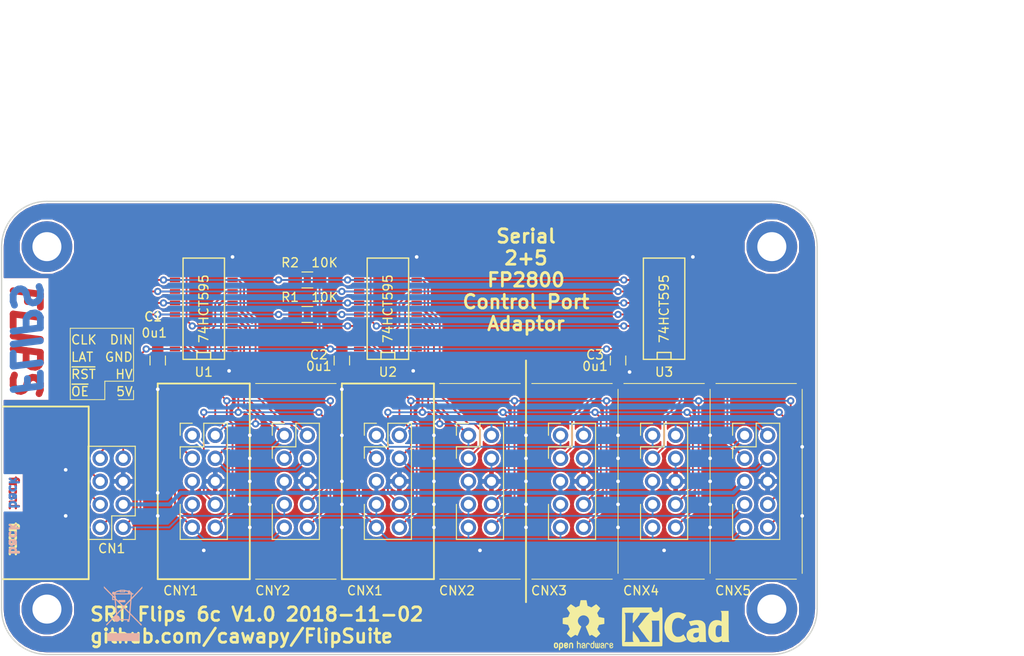
<source format=kicad_pcb>
(kicad_pcb (version 20171130) (host pcbnew "(5.0.1)-3")
  (layers (0 F.Cu signal hide) (31 B.Cu signal hide) (34 B.Paste user) (35 F.Paste user) (36 B.SilkS user) (37 F.SilkS user) (38 B.Mask user) (39 F.Mask user) (44 Edge.Cuts user))
  (net 0 "")
  (net 1 +5V)
  (net 2 GND)
  (net 3 +12V)
  (net 4 /DIN)
  (net 5 /RCLK)
  (net 6 /SRCLK)
  (net 7 /~SRCLR)
  (net 8 "Net-(U1-Pad9)")
  (net 9 /~OE)
  (net 10 /XB.0)
  (net 11 /XB.1)
  (net 12 /XDAT)
  (net 13 /XEN1)
  (net 14 /XA.1)
  (net 15 /XA.2)
  (net 16 /XA.0)
  (net 17 /XEN2)
  (net 18 /XEN3)
  (net 19 /XEN4)
  (net 20 /XEN5)
  (net 21 /YB.0)
  (net 22 /YB.1)
  (net 23 /YDAT)
  (net 24 /YEN1)
  (net 25 /YA.1)
  (net 26 /YA.2)
  (net 27 /YA.0)
  (net 28 /YEN2)
  (net 29 "Net-(U2-Pad9)")
  (net 30 /XEN6)
  (net 31 /XEN7)
  (net 32 /XEN8)
  (net 33 /YEN3)
  (net 34 /YEN4)
  (net 35 "Net-(U3-Pad9)")
  (module Mounting_Holes:MountingHole_3.2mm_M3_DIN965_Pad (layer F.Cu) (at 177 103)
    (fp_text reference REF** hide)
    (fp_text value MountingHole_3.2mm_M3_DIN965_Pad)
    (pad 1 thru_hole circle (at 0 0) (size 5.6 5.6) (drill 3.2) (layers *.Cu *.Mask))
  )
  (module Mounting_Holes:MountingHole_3.2mm_M3_DIN965_Pad (layer F.Cu) (at 257 103)
    (fp_text reference REF** hide)
    (fp_text value MountingHole_3.2mm_M3_DIN965_Pad)
    (pad 1 thru_hole circle (at 0 0) (size 5.6 5.6) (drill 3.2) (layers *.Cu *.Mask))
  )
  (module Mounting_Holes:MountingHole_3.2mm_M3_DIN965_Pad (layer F.Cu) (at 257 63)
    (fp_text reference REF** hide)
    (fp_text value MountingHole_3.2mm_M3_DIN965_Pad)
    (pad 1 thru_hole circle (at 0 0) (size 5.6 5.6) (drill 3.2) (layers *.Cu *.Mask))
  )
  (module Mounting_Holes:MountingHole_3.2mm_M3_DIN965_Pad (layer F.Cu) (at 177 63)
    (fp_text reference REF** hide)
    (fp_text value MountingHole_3.2mm_M3_DIN965_Pad)
    (pad 1 thru_hole circle (at 0 0) (size 5.6 5.6) (drill 3.2) (layers *.Cu *.Mask))
  )
  (module Capacitors_SMD:C_0805_HandSoldering (layer F.Cu) (at 189.23 75.565 270)
    (fp_text reference C1 (at -4.826 0.508) (layer F.SilkS))
    (fp_text value 0u1 (at -3.048 0.381) (layer F.SilkS))
    (fp_text user %R (at -4.826 0.508) (layer F.SilkS))
    (pad 1 smd rect (at -1.25 0 270) (size 1.5 1.25) (layers F.Cu F.Paste F.Mask) (net 1 +5V))
    (pad 2 smd rect (at 1.25 0 270) (size 1.5 1.25) (layers F.Cu F.Paste F.Mask) (net 2 GND))
  )
  (module Capacitors_SMD:C_0805_HandSoldering (layer F.Cu) (at 209.55 75.565 270)
    (fp_text reference C2 (at -0.635 2.54) (layer F.SilkS))
    (fp_text value 0u1 (at 0.635 2.54) (layer F.SilkS))
    (pad 1 smd rect (at -1.25 0 270) (size 1.5 1.25) (layers F.Cu F.Paste F.Mask) (net 1 +5V))
    (pad 2 smd rect (at 1.25 0 270) (size 1.5 1.25) (layers F.Cu F.Paste F.Mask) (net 2 GND))
  )
  (module Capacitors_SMD:C_0805_HandSoldering (layer F.Cu) (at 240.03 75.565 270)
    (fp_text reference C3 (at -0.635 2.54) (layer F.SilkS))
    (fp_text value 0u1 (at 0.635 2.54) (layer F.SilkS))
    (pad 2 smd rect (at 1.25 0 270) (size 1.5 1.25) (layers F.Cu F.Paste F.Mask) (net 2 GND))
    (pad 1 smd rect (at -1.25 0 270) (size 1.5 1.25) (layers F.Cu F.Paste F.Mask) (net 1 +5V))
  )
  (module Resistors_SMD:R_0805_HandSoldering (layer F.Cu) (at 205.74 70.485)
    (fp_text reference R1 (at -1.905 -1.905) (layer F.SilkS))
    (fp_text value 10K (at 1.905 -1.905) (layer F.SilkS))
    (pad 2 smd rect (at 1.35 0) (size 1.5 1.3) (layers F.Cu F.Paste F.Mask) (net 1 +5V))
    (pad 1 smd rect (at -1.35 0) (size 1.5 1.3) (layers F.Cu F.Paste F.Mask) (net 9 /~OE))
  )
  (module Resistors_SMD:R_0805_HandSoldering (layer F.Cu) (at 205.74 66.675)
    (fp_text reference R2 (at -1.905 -1.905) (layer F.SilkS))
    (fp_text value 10K (at 1.905 -1.905) (layer F.SilkS))
    (pad 1 smd rect (at -1.35 0) (size 1.5 1.3) (layers F.Cu F.Paste F.Mask) (net 7 /~SRCLR))
    (pad 2 smd rect (at 1.35 0) (size 1.5 1.3) (layers F.Cu F.Paste F.Mask) (net 1 +5V))
  )
  (module SMD_Packages:SO-16-N (layer F.Cu) (at 194.31 69.85 90)
    (fp_text reference U1 (at -6.985 0 180) (layer F.SilkS))
    (fp_text value 74HCT595 (at 0 0 90) (layer F.SilkS))
    (pad 15 smd rect (at -3.175 -3.175 90) (size 0.508 1.143) (layers F.Cu F.Paste F.Mask) (net 27 /YA.0))
    (pad 1 smd rect (at -4.445 3.175 90) (size 0.508 1.143) (layers F.Cu F.Paste F.Mask) (net 25 /YA.1))
    (pad 2 smd rect (at -3.175 3.175 90) (size 0.508 1.143) (layers F.Cu F.Paste F.Mask) (net 26 /YA.2))
    (pad 3 smd rect (at -1.905 3.175 90) (size 0.508 1.143) (layers F.Cu F.Paste F.Mask) (net 21 /YB.0))
    (pad 4 smd rect (at -0.635 3.175 90) (size 0.508 1.143) (layers F.Cu F.Paste F.Mask) (net 22 /YB.1))
    (pad 5 smd rect (at 0.635 3.175 90) (size 0.508 1.143) (layers F.Cu F.Paste F.Mask) (net 23 /YDAT))
    (pad 6 smd rect (at 1.905 3.175 90) (size 0.508 1.143) (layers F.Cu F.Paste F.Mask) (net 24 /YEN1))
    (pad 7 smd rect (at 3.175 3.175 90) (size 0.508 1.143) (layers F.Cu F.Paste F.Mask) (net 28 /YEN2))
    (pad 8 smd rect (at 4.445 3.175 90) (size 0.508 1.143) (layers F.Cu F.Paste F.Mask) (net 2 GND))
    (pad 9 smd rect (at 4.445 -3.175 90) (size 0.508 1.143) (layers F.Cu F.Paste F.Mask) (net 8 "Net-(U1-Pad9)"))
    (pad 10 smd rect (at 3.175 -3.175 90) (size 0.508 1.143) (layers F.Cu F.Paste F.Mask) (net 7 /~SRCLR))
    (pad 11 smd rect (at 1.905 -3.175 90) (size 0.508 1.143) (layers F.Cu F.Paste F.Mask) (net 6 /SRCLK))
    (pad 12 smd rect (at 0.635 -3.175 90) (size 0.508 1.143) (layers F.Cu F.Paste F.Mask) (net 5 /RCLK))
    (pad 13 smd rect (at -0.635 -3.175 90) (size 0.508 1.143) (layers F.Cu F.Paste F.Mask) (net 9 /~OE))
    (pad 14 smd rect (at -1.905 -3.175 90) (size 0.508 1.143) (layers F.Cu F.Paste F.Mask) (net 4 /DIN))
    (pad 16 smd rect (at -4.445 -3.175 90) (size 0.508 1.143) (layers F.Cu F.Paste F.Mask) (net 1 +5V))
  )
  (module SMD_Packages:SO-16-N (layer F.Cu) (at 214.63 69.85 90)
    (fp_text reference U2 (at -6.985 0 180) (layer F.SilkS))
    (fp_text value 74HCT595 (at 0 0 90) (layer F.SilkS))
    (pad 16 smd rect (at -4.445 -3.175 90) (size 0.508 1.143) (layers F.Cu F.Paste F.Mask) (net 1 +5V))
    (pad 14 smd rect (at -1.905 -3.175 90) (size 0.508 1.143) (layers F.Cu F.Paste F.Mask) (net 8 "Net-(U1-Pad9)"))
    (pad 13 smd rect (at -0.635 -3.175 90) (size 0.508 1.143) (layers F.Cu F.Paste F.Mask) (net 9 /~OE))
    (pad 12 smd rect (at 0.635 -3.175 90) (size 0.508 1.143) (layers F.Cu F.Paste F.Mask) (net 5 /RCLK))
    (pad 11 smd rect (at 1.905 -3.175 90) (size 0.508 1.143) (layers F.Cu F.Paste F.Mask) (net 6 /SRCLK))
    (pad 10 smd rect (at 3.175 -3.175 90) (size 0.508 1.143) (layers F.Cu F.Paste F.Mask) (net 7 /~SRCLR))
    (pad 9 smd rect (at 4.445 -3.175 90) (size 0.508 1.143) (layers F.Cu F.Paste F.Mask) (net 29 "Net-(U2-Pad9)"))
    (pad 8 smd rect (at 4.445 3.175 90) (size 0.508 1.143) (layers F.Cu F.Paste F.Mask) (net 2 GND))
    (pad 7 smd rect (at 3.175 3.175 90) (size 0.508 1.143) (layers F.Cu F.Paste F.Mask) (net 17 /XEN2))
    (pad 6 smd rect (at 1.905 3.175 90) (size 0.508 1.143) (layers F.Cu F.Paste F.Mask) (net 13 /XEN1))
    (pad 5 smd rect (at 0.635 3.175 90) (size 0.508 1.143) (layers F.Cu F.Paste F.Mask) (net 12 /XDAT))
    (pad 4 smd rect (at -0.635 3.175 90) (size 0.508 1.143) (layers F.Cu F.Paste F.Mask) (net 11 /XB.1))
    (pad 3 smd rect (at -1.905 3.175 90) (size 0.508 1.143) (layers F.Cu F.Paste F.Mask) (net 10 /XB.0))
    (pad 2 smd rect (at -3.175 3.175 90) (size 0.508 1.143) (layers F.Cu F.Paste F.Mask) (net 15 /XA.2))
    (pad 1 smd rect (at -4.445 3.175 90) (size 0.508 1.143) (layers F.Cu F.Paste F.Mask) (net 14 /XA.1))
    (pad 15 smd rect (at -3.175 -3.175 90) (size 0.508 1.143) (layers F.Cu F.Paste F.Mask) (net 16 /XA.0))
  )
  (module SMD_Packages:SO-16-N (layer F.Cu) (at 245.11 69.85 90)
    (fp_text reference U3 (at -6.985 0 180) (layer F.SilkS))
    (fp_text value 74HCT595 (at 0 0 90) (layer F.SilkS))
    (pad 15 smd rect (at -3.175 -3.175 90) (size 0.508 1.143) (layers F.Cu F.Paste F.Mask) (net 18 /XEN3))
    (pad 1 smd rect (at -4.445 3.175 90) (size 0.508 1.143) (layers F.Cu F.Paste F.Mask) (net 19 /XEN4))
    (pad 2 smd rect (at -3.175 3.175 90) (size 0.508 1.143) (layers F.Cu F.Paste F.Mask) (net 20 /XEN5))
    (pad 3 smd rect (at -1.905 3.175 90) (size 0.508 1.143) (layers F.Cu F.Paste F.Mask) (net 30 /XEN6))
    (pad 4 smd rect (at -0.635 3.175 90) (size 0.508 1.143) (layers F.Cu F.Paste F.Mask) (net 31 /XEN7))
    (pad 5 smd rect (at 0.635 3.175 90) (size 0.508 1.143) (layers F.Cu F.Paste F.Mask) (net 32 /XEN8))
    (pad 6 smd rect (at 1.905 3.175 90) (size 0.508 1.143) (layers F.Cu F.Paste F.Mask) (net 33 /YEN3))
    (pad 7 smd rect (at 3.175 3.175 90) (size 0.508 1.143) (layers F.Cu F.Paste F.Mask) (net 34 /YEN4))
    (pad 8 smd rect (at 4.445 3.175 90) (size 0.508 1.143) (layers F.Cu F.Paste F.Mask) (net 2 GND))
    (pad 9 smd rect (at 4.445 -3.175 90) (size 0.508 1.143) (layers F.Cu F.Paste F.Mask) (net 35 "Net-(U3-Pad9)"))
    (pad 10 smd rect (at 3.175 -3.175 90) (size 0.508 1.143) (layers F.Cu F.Paste F.Mask) (net 7 /~SRCLR))
    (pad 11 smd rect (at 1.905 -3.175 90) (size 0.508 1.143) (layers F.Cu F.Paste F.Mask) (net 6 /SRCLK))
    (pad 12 smd rect (at 0.635 -3.175 90) (size 0.508 1.143) (layers F.Cu F.Paste F.Mask) (net 5 /RCLK))
    (pad 13 smd rect (at -0.635 -3.175 90) (size 0.508 1.143) (layers F.Cu F.Paste F.Mask) (net 9 /~OE))
    (pad 14 smd rect (at -1.905 -3.175 90) (size 0.508 1.143) (layers F.Cu F.Paste F.Mask) (net 29 "Net-(U2-Pad9)"))
    (pad 16 smd rect (at -4.445 -3.175 90) (size 0.508 1.143) (layers F.Cu F.Paste F.Mask) (net 1 +5V))
  )
  (module Own:Pin_Header_Straight_Shrouded_2x05_Pitch2.54mm (layer F.Cu) (at 213.36 83.82)
    (fp_text reference CNX1 (at -1.27 17.145) (layer F.SilkS))
    (fp_text value UFP2810 hide)
    (pad 10 thru_hole oval (at 2.54 10.16) (size 1.7 1.7) (drill 1) (layers *.Cu *.Mask) (net 15 /XA.2))
    (pad 9 thru_hole oval (at 0 10.16) (size 1.7 1.7) (drill 1) (layers *.Cu *.Mask) (net 16 /XA.0))
    (pad 8 thru_hole oval (at 2.54 7.62) (size 1.7 1.7) (drill 1) (layers *.Cu *.Mask) (net 14 /XA.1))
    (pad 7 thru_hole oval (at 0 7.62) (size 1.7 1.7) (drill 1) (layers *.Cu *.Mask) (net 1 +5V))
    (pad 6 thru_hole oval (at 2.54 5.08) (size 1.7 1.7) (drill 1) (layers *.Cu *.Mask) (net 2 GND))
    (pad 5 thru_hole oval (at 0 5.08) (size 1.7 1.7) (drill 1) (layers *.Cu *.Mask) (net 3 +12V))
    (pad 4 thru_hole oval (at 2.54 2.54) (size 1.7 1.7) (drill 1) (layers *.Cu *.Mask) (net 12 /XDAT))
    (pad 3 thru_hole oval (at 0 2.54) (size 1.7 1.7) (drill 1) (layers *.Cu *.Mask) (net 13 /XEN1))
    (pad 2 thru_hole oval (at 2.54 0) (size 1.7 1.7) (drill 1) (layers *.Cu *.Mask) (net 10 /XB.0))
    (pad 1 thru_hole circle (at 0 0) (size 1.7 1.7) (drill 1) (layers *.Cu *.Mask) (net 11 /XB.1))
  )
  (module Own:Pin_Header_Straight_Shrouded_2x05_Pitch2.54mm (layer F.Cu) (at 223.52 83.82)
    (fp_text reference CNX2 (at -1.27 17.145) (layer F.SilkS))
    (fp_text value UFP2810 hide)
    (pad 1 thru_hole circle (at 0 0) (size 1.7 1.7) (drill 1) (layers *.Cu *.Mask) (net 11 /XB.1))
    (pad 2 thru_hole oval (at 2.54 0) (size 1.7 1.7) (drill 1) (layers *.Cu *.Mask) (net 10 /XB.0))
    (pad 3 thru_hole oval (at 0 2.54) (size 1.7 1.7) (drill 1) (layers *.Cu *.Mask) (net 17 /XEN2))
    (pad 4 thru_hole oval (at 2.54 2.54) (size 1.7 1.7) (drill 1) (layers *.Cu *.Mask) (net 12 /XDAT))
    (pad 5 thru_hole oval (at 0 5.08) (size 1.7 1.7) (drill 1) (layers *.Cu *.Mask) (net 3 +12V))
    (pad 6 thru_hole oval (at 2.54 5.08) (size 1.7 1.7) (drill 1) (layers *.Cu *.Mask) (net 2 GND))
    (pad 7 thru_hole oval (at 0 7.62) (size 1.7 1.7) (drill 1) (layers *.Cu *.Mask) (net 1 +5V))
    (pad 8 thru_hole oval (at 2.54 7.62) (size 1.7 1.7) (drill 1) (layers *.Cu *.Mask) (net 14 /XA.1))
    (pad 9 thru_hole oval (at 0 10.16) (size 1.7 1.7) (drill 1) (layers *.Cu *.Mask) (net 16 /XA.0))
    (pad 10 thru_hole oval (at 2.54 10.16) (size 1.7 1.7) (drill 1) (layers *.Cu *.Mask) (net 15 /XA.2))
  )
  (module Own:Pin_Header_Straight_Shrouded_2x05_Pitch2.54mm (layer F.Cu) (at 233.68 83.82)
    (fp_text reference CNX3 (at -1.27 17.145) (layer F.SilkS))
    (fp_text value UFP2810 hide)
    (pad 10 thru_hole oval (at 2.54 10.16) (size 1.7 1.7) (drill 1) (layers *.Cu *.Mask) (net 15 /XA.2))
    (pad 9 thru_hole oval (at 0 10.16) (size 1.7 1.7) (drill 1) (layers *.Cu *.Mask) (net 16 /XA.0))
    (pad 8 thru_hole oval (at 2.54 7.62) (size 1.7 1.7) (drill 1) (layers *.Cu *.Mask) (net 14 /XA.1))
    (pad 7 thru_hole oval (at 0 7.62) (size 1.7 1.7) (drill 1) (layers *.Cu *.Mask) (net 1 +5V))
    (pad 6 thru_hole oval (at 2.54 5.08) (size 1.7 1.7) (drill 1) (layers *.Cu *.Mask) (net 2 GND))
    (pad 5 thru_hole oval (at 0 5.08) (size 1.7 1.7) (drill 1) (layers *.Cu *.Mask) (net 3 +12V))
    (pad 4 thru_hole oval (at 2.54 2.54) (size 1.7 1.7) (drill 1) (layers *.Cu *.Mask) (net 12 /XDAT))
    (pad 3 thru_hole oval (at 0 2.54) (size 1.7 1.7) (drill 1) (layers *.Cu *.Mask) (net 18 /XEN3))
    (pad 2 thru_hole oval (at 2.54 0) (size 1.7 1.7) (drill 1) (layers *.Cu *.Mask) (net 10 /XB.0))
    (pad 1 thru_hole circle (at 0 0) (size 1.7 1.7) (drill 1) (layers *.Cu *.Mask) (net 11 /XB.1))
  )
  (module Own:Pin_Header_Straight_Shrouded_2x05_Pitch2.54mm (layer F.Cu) (at 243.84 83.82)
    (fp_text reference CNX4 (at -1.27 17.145) (layer F.SilkS))
    (fp_text value UFP2810 hide)
    (pad 1 thru_hole circle (at 0 0) (size 1.7 1.7) (drill 1) (layers *.Cu *.Mask) (net 11 /XB.1))
    (pad 2 thru_hole oval (at 2.54 0) (size 1.7 1.7) (drill 1) (layers *.Cu *.Mask) (net 10 /XB.0))
    (pad 3 thru_hole oval (at 0 2.54) (size 1.7 1.7) (drill 1) (layers *.Cu *.Mask) (net 19 /XEN4))
    (pad 4 thru_hole oval (at 2.54 2.54) (size 1.7 1.7) (drill 1) (layers *.Cu *.Mask) (net 12 /XDAT))
    (pad 5 thru_hole oval (at 0 5.08) (size 1.7 1.7) (drill 1) (layers *.Cu *.Mask) (net 3 +12V))
    (pad 6 thru_hole oval (at 2.54 5.08) (size 1.7 1.7) (drill 1) (layers *.Cu *.Mask) (net 2 GND))
    (pad 7 thru_hole oval (at 0 7.62) (size 1.7 1.7) (drill 1) (layers *.Cu *.Mask) (net 1 +5V))
    (pad 8 thru_hole oval (at 2.54 7.62) (size 1.7 1.7) (drill 1) (layers *.Cu *.Mask) (net 14 /XA.1))
    (pad 9 thru_hole oval (at 0 10.16) (size 1.7 1.7) (drill 1) (layers *.Cu *.Mask) (net 16 /XA.0))
    (pad 10 thru_hole oval (at 2.54 10.16) (size 1.7 1.7) (drill 1) (layers *.Cu *.Mask) (net 15 /XA.2))
  )
  (module Own:Pin_Header_Straight_Shrouded_2x05_Pitch2.54mm (layer F.Cu) (at 254 83.82)
    (fp_text reference CNX5 (at -1.27 17.145) (layer F.SilkS))
    (fp_text value UFP2810 hide)
    (pad 10 thru_hole oval (at 2.54 10.16) (size 1.7 1.7) (drill 1) (layers *.Cu *.Mask) (net 15 /XA.2))
    (pad 9 thru_hole oval (at 0 10.16) (size 1.7 1.7) (drill 1) (layers *.Cu *.Mask) (net 16 /XA.0))
    (pad 8 thru_hole oval (at 2.54 7.62) (size 1.7 1.7) (drill 1) (layers *.Cu *.Mask) (net 14 /XA.1))
    (pad 7 thru_hole oval (at 0 7.62) (size 1.7 1.7) (drill 1) (layers *.Cu *.Mask) (net 1 +5V))
    (pad 6 thru_hole oval (at 2.54 5.08) (size 1.7 1.7) (drill 1) (layers *.Cu *.Mask) (net 2 GND))
    (pad 5 thru_hole oval (at 0 5.08) (size 1.7 1.7) (drill 1) (layers *.Cu *.Mask) (net 3 +12V))
    (pad 4 thru_hole oval (at 2.54 2.54) (size 1.7 1.7) (drill 1) (layers *.Cu *.Mask) (net 12 /XDAT))
    (pad 3 thru_hole oval (at 0 2.54) (size 1.7 1.7) (drill 1) (layers *.Cu *.Mask) (net 20 /XEN5))
    (pad 2 thru_hole oval (at 2.54 0) (size 1.7 1.7) (drill 1) (layers *.Cu *.Mask) (net 10 /XB.0))
    (pad 1 thru_hole circle (at 0 0) (size 1.7 1.7) (drill 1) (layers *.Cu *.Mask) (net 11 /XB.1))
  )
  (module Own:Pin_Header_Straight_Shrouded_2x05_Pitch2.54mm (layer F.Cu) (at 193.04 83.82)
    (fp_text reference CNY1 (at -1.27 17.145) (layer F.SilkS))
    (fp_text value UFP2810 hide)
    (pad 1 thru_hole circle (at 0 0) (size 1.7 1.7) (drill 1) (layers *.Cu *.Mask) (net 22 /YB.1))
    (pad 2 thru_hole oval (at 2.54 0) (size 1.7 1.7) (drill 1) (layers *.Cu *.Mask) (net 21 /YB.0))
    (pad 3 thru_hole oval (at 0 2.54) (size 1.7 1.7) (drill 1) (layers *.Cu *.Mask) (net 24 /YEN1))
    (pad 4 thru_hole oval (at 2.54 2.54) (size 1.7 1.7) (drill 1) (layers *.Cu *.Mask) (net 23 /YDAT))
    (pad 5 thru_hole oval (at 0 5.08) (size 1.7 1.7) (drill 1) (layers *.Cu *.Mask) (net 3 +12V))
    (pad 6 thru_hole oval (at 2.54 5.08) (size 1.7 1.7) (drill 1) (layers *.Cu *.Mask) (net 2 GND))
    (pad 7 thru_hole oval (at 0 7.62) (size 1.7 1.7) (drill 1) (layers *.Cu *.Mask) (net 1 +5V))
    (pad 8 thru_hole oval (at 2.54 7.62) (size 1.7 1.7) (drill 1) (layers *.Cu *.Mask) (net 25 /YA.1))
    (pad 9 thru_hole oval (at 0 10.16) (size 1.7 1.7) (drill 1) (layers *.Cu *.Mask) (net 27 /YA.0))
    (pad 10 thru_hole oval (at 2.54 10.16) (size 1.7 1.7) (drill 1) (layers *.Cu *.Mask) (net 26 /YA.2))
  )
  (module Own:Pin_Header_Straight_Shrouded_2x05_Pitch2.54mm (layer F.Cu) (at 203.2 83.82)
    (fp_text reference CNY2 (at -1.27 17.145) (layer F.SilkS))
    (fp_text value UFP2810 hide)
    (pad 10 thru_hole oval (at 2.54 10.16) (size 1.7 1.7) (drill 1) (layers *.Cu *.Mask) (net 26 /YA.2))
    (pad 9 thru_hole oval (at 0 10.16) (size 1.7 1.7) (drill 1) (layers *.Cu *.Mask) (net 27 /YA.0))
    (pad 8 thru_hole oval (at 2.54 7.62) (size 1.7 1.7) (drill 1) (layers *.Cu *.Mask) (net 25 /YA.1))
    (pad 7 thru_hole oval (at 0 7.62) (size 1.7 1.7) (drill 1) (layers *.Cu *.Mask) (net 1 +5V))
    (pad 6 thru_hole oval (at 2.54 5.08) (size 1.7 1.7) (drill 1) (layers *.Cu *.Mask) (net 2 GND))
    (pad 5 thru_hole oval (at 0 5.08) (size 1.7 1.7) (drill 1) (layers *.Cu *.Mask) (net 3 +12V))
    (pad 4 thru_hole oval (at 2.54 2.54) (size 1.7 1.7) (drill 1) (layers *.Cu *.Mask) (net 23 /YDAT))
    (pad 3 thru_hole oval (at 0 2.54) (size 1.7 1.7) (drill 1) (layers *.Cu *.Mask) (net 28 /YEN2))
    (pad 2 thru_hole oval (at 2.54 0) (size 1.7 1.7) (drill 1) (layers *.Cu *.Mask) (net 21 /YB.0))
    (pad 1 thru_hole circle (at 0 0) (size 1.7 1.7) (drill 1) (layers *.Cu *.Mask) (net 22 /YB.1))
  )
  (module Pin_Headers:Pin_Header_Straight_2x04_Pitch2.54mm (layer F.Cu) (at 185.42 93.98 180)
    (fp_text reference CN1 (at 1.27 -2.33 180) (layer F.SilkS))
    (fp_text value Conn_02x04_Odd_Even)
    (pad 8 thru_hole oval (at 2.54 7.62 180) (size 1.7 1.7) (drill 1) (layers *.Cu *.Mask) (net 5 /RCLK))
    (pad 7 thru_hole oval (at 0 7.62 180) (size 1.7 1.7) (drill 1) (layers *.Cu *.Mask) (net 4 /DIN))
    (pad 6 thru_hole oval (at 2.54 5.08 180) (size 1.7 1.7) (drill 1) (layers *.Cu *.Mask) (net 6 /SRCLK))
    (pad 5 thru_hole oval (at 0 5.08 180) (size 1.7 1.7) (drill 1) (layers *.Cu *.Mask) (net 2 GND))
    (pad 4 thru_hole oval (at 2.54 2.54 180) (size 1.7 1.7) (drill 1) (layers *.Cu *.Mask) (net 7 /~SRCLR))
    (pad 3 thru_hole oval (at 0 2.54 180) (size 1.7 1.7) (drill 1) (layers *.Cu *.Mask) (net 3 +12V))
    (pad 2 thru_hole oval (at 2.54 0 180) (size 1.7 1.7) (drill 1) (layers *.Cu *.Mask) (net 9 /~OE))
    (pad 1 thru_hole circle (at 0 0 180) (size 1.7 1.7) (drill 1) (layers *.Cu *.Mask) (net 1 +5V))
  )
  (module Symbols:Symbol_KiCAD-Logo_CopperAndSilkScreenTop (layer F.Cu) (at 246.38 104.775)
    (fp_text reference REF** hide)
    (fp_text value "KiCAD Logo" hide)
  )
  (module Symbols:OSHW-Logo2_7.3x6mm_SilkScreen (layer F.Cu) (at 236.22 104.775)
    (fp_text reference REF*** hide)
    (fp_text value OSHW-Logo2_7.3x6mm_SilkScreen hide)
  )
  (module Symbols:WEEE-Logo_4.2x6mm_SilkScreen (layer B.Cu) (at 185.42 103.505 180)
    (fp_text reference REF*** hide)
    (fp_text value WEEE-Logo_4.2x6mm_SilkScreen hide)
  )
  (gr_line (start 186.563 79.883) (end 184.912 79.883) (layer F.SilkS) (width 0.1))
  (gr_line (start 186.563 78.867) (end 186.563 79.883) (layer F.SilkS) (width 0.1))
  (gr_line (start 179.578 72.009) (end 179.578 79.883) (layer F.SilkS) (width 0.1))
  (gr_line (start 183.388 77.851) (end 186.563 77.851) (layer F.SilkS) (width 0.1))
  (gr_line (start 183.388 77.851) (end 183.388 79.883) (layer F.SilkS) (width 0.1))
  (gr_line (start 186.563 72.009) (end 186.563 77.851) (layer F.SilkS) (width 0.1))
  (gr_line (start 179.578 72.009) (end 186.563 72.009) (layer F.SilkS) (width 0.1))
  (gr_line (start 183.388 79.883) (end 179.578 79.883) (layer F.SilkS) (width 0.1))
  (gr_text DIN (at 186.563 73.279) (layer F.SilkS) (effects (font (size 1 1)) (justify right)))
  (gr_text GND (at 186.563 75.184) (layer F.SilkS) (effects (font (size 1 1)) (justify right)))
  (gr_text HV (at 186.563 77.089) (layer F.SilkS) (effects (font (size 1 1)) (justify right)))
  (gr_text 5V (at 186.563 78.994) (layer F.SilkS) (effects (font (size 1 1)) (justify right)))
  (gr_text CLK (at 179.578 73.279) (layer F.SilkS) (effects (font (size 1 1)) (justify left)))
  (gr_text ~OE (at 179.578 78.994) (layer F.SilkS) (effects (font (size 1 1)) (justify left)))
  (gr_text ~RST (at 179.578 77.089) (layer F.SilkS) (effects (font (size 1 1)) (justify left)))
  (gr_text LAT (at 179.578 75.184) (layer F.SilkS) (effects (font (size 1 1)) (justify left)))
  (gr_text "Serial\n2+5\nFP2800\nControl Port\nAdaptor" (at 229.87 66.675) (layer F.SilkS) (effects (font (size 1.5 1.5) (thickness 0.3))))
  (gr_text back (at 173.355 95.25 270) (layer B.SilkS) (effects (font (size 1 1) (thickness 0.25)) (justify mirror)))
  (gr_text front (at 173.355 95.25 270) (layer F.SilkS) (effects (font (size 1 1) (thickness 0.25))))
  (gr_text front (at 173.355 90.17 270) (layer F.Cu) (effects (font (size 1 1) (thickness 0.25))))
  (gr_text back (at 173.355 90.17 270) (layer B.Cu) (effects (font (size 1 1) (thickness 0.25)) (justify mirror)))
  (gr_text FLIPS (at 174.625 66.675 270) (layer B.Cu) (effects (font (size 3 3) (thickness 0.75) italic) (justify right mirror)))
  (gr_text FLIPS (at 174.625 66.675 270) (layer F.Cu) (effects (font (size 3 3) (thickness 0.75) italic) (justify left)))
  (gr_line (start 229.87 102.235) (end 229.87 75.565) (layer F.SilkS) (width 0.2))
  (gr_line (start 209.55 78.105) (end 219.71 78.105) (layer F.SilkS) (width 0.2))
  (gr_line (start 189.23 78.105) (end 199.39 78.105) (layer F.SilkS) (width 0.2))
  (gr_line (start 200.025 78.105) (end 208.915 78.105) (layer F.SilkS) (width 0.1))
  (gr_line (start 220.345 78.105) (end 229.235 78.105) (layer F.SilkS) (width 0.1))
  (gr_line (start 230.505 78.105) (end 239.395 78.105) (layer F.SilkS) (width 0.1))
  (gr_line (start 240.665 78.105) (end 249.555 78.105) (layer F.SilkS) (width 0.1))
  (gr_text "SRT Flips 6c V1.0 2018-11-02\ngithub.com/cawapy/FlipSuite" (at 181.61 104.775) (layer F.SilkS) (effects (font (size 1.5 1.5) (thickness 0.3)) (justify left)))
  (gr_line (start 250.19 99.06) (end 250.19 78.74) (layer F.SilkS) (width 0.1))
  (gr_line (start 240.03 78.74) (end 240.03 99.06) (layer F.SilkS) (width 0.1))
  (gr_line (start 229.235 99.695) (end 220.345 99.695) (layer F.SilkS) (width 0.1))
  (gr_line (start 239.395 99.695) (end 230.505 99.695) (layer F.SilkS) (width 0.1))
  (gr_line (start 249.555 99.695) (end 240.665 99.695) (layer F.SilkS) (width 0.1))
  (gr_line (start 259.715 99.695) (end 250.825 99.695) (layer F.SilkS) (width 0.1))
  (gr_line (start 260.35 78.74) (end 260.35 99.06) (layer F.SilkS) (width 0.1))
  (gr_line (start 250.825 78.105) (end 259.715 78.105) (layer F.SilkS) (width 0.1))
  (gr_line (start 200.025 99.695) (end 208.915 99.695) (layer F.SilkS) (width 0.1))
  (gr_line (start 181.61 99.695) (end 181.61 80.645) (layer F.SilkS) (width 0.2))
  (gr_line (start 181.61 99.695) (end 172.085 99.695) (layer F.SilkS) (width 0.2))
  (gr_line (start 181.61 80.645) (end 172.085 80.645) (layer F.SilkS) (width 0.2))
  (gr_line (start 219.71 99.695) (end 219.71 78.105) (layer F.SilkS) (width 0.2))
  (gr_line (start 209.55 99.695) (end 219.71 99.695) (layer F.SilkS) (width 0.2))
  (gr_line (start 209.55 78.105) (end 209.55 99.695) (layer F.SilkS) (width 0.2))
  (gr_line (start 199.39 99.695) (end 199.39 78.105) (layer F.SilkS) (width 0.2))
  (gr_line (start 189.23 99.695) (end 199.39 99.695) (layer F.SilkS) (width 0.2))
  (gr_line (start 189.23 78.105) (end 189.23 99.695) (layer F.SilkS) (width 0.2))
  (gr_arc (start 177 103) (end 172 103) (angle -90) (layer Edge.Cuts) (width 0.15))
  (gr_arc (start 177 63) (end 177 58) (angle -90) (layer Edge.Cuts) (width 0.15))
  (gr_arc (start 257 63) (end 262 63) (angle -90) (layer Edge.Cuts) (width 0.15))
  (gr_arc (start 257 103) (end 257 108) (angle -90) (layer Edge.Cuts) (width 0.15))
  (gr_line (start 262 63) (end 262 103) (layer Edge.Cuts) (width 0.15))
  (gr_line (start 177 58) (end 257 58) (layer Edge.Cuts) (width 0.15))
  (gr_line (start 172 103) (end 172 63) (layer Edge.Cuts) (width 0.15))
  (gr_line (start 257 108) (end 177 108) (layer Edge.Cuts) (width 0.15))
  (segment (start 254 91.44) (end 252.73 92.71) (width 0.2) (layer B.Cu) (net 1))
  (segment (start 252.73 92.71) (end 243.84 92.71) (width 0.2) (layer B.Cu) (net 1))
  (segment (start 243.84 92.71) (end 233.68 92.71) (width 0.2) (layer B.Cu) (net 1))
  (segment (start 233.68 92.71) (end 223.52 92.71) (width 0.2) (layer B.Cu) (net 1))
  (segment (start 223.52 92.71) (end 213.36 92.71) (width 0.2) (layer B.Cu) (net 1))
  (segment (start 213.36 92.71) (end 203.2 92.71) (width 0.2) (layer B.Cu) (net 1))
  (segment (start 203.2 92.71) (end 193.04 92.71) (width 0.2) (layer B.Cu) (net 1))
  (segment (start 193.04 91.44) (end 193.04 92.71) (width 0.2) (layer B.Cu) (net 1))
  (segment (start 203.2 91.44) (end 203.2 92.71) (width 0.2) (layer B.Cu) (net 1))
  (segment (start 213.36 91.44) (end 213.36 92.71) (width 0.2) (layer B.Cu) (net 1))
  (segment (start 223.52 91.44) (end 223.52 92.71) (width 0.2) (layer B.Cu) (net 1))
  (segment (start 233.68 91.44) (end 233.68 92.71) (width 0.2) (layer B.Cu) (net 1))
  (segment (start 243.84 91.44) (end 243.84 92.71) (width 0.2) (layer B.Cu) (net 1))
  (segment (start 211.455 74.295) (end 209.51 74.295) (width 0.2) (layer F.Cu) (net 1))
  (segment (start 240.01 74.295) (end 241.935 74.295) (width 0.2) (layer F.Cu) (net 1))
  (via (at 208.28 74.295) (size 0.8) (drill 0.4) (layers F.Cu B.Cu) (net 1))
  (segment (start 187.325 74.93) (end 187.325 92.075) (width 0.2) (layer F.Cu) (net 1))
  (segment (start 191.135 74.295) (end 189.25 74.295) (width 0.2) (layer F.Cu) (net 1))
  (segment (start 189.25 74.295) (end 189.23 74.315) (width 0.2) (layer F.Cu) (net 1))
  (segment (start 189.23 74.315) (end 189.21 74.295) (width 0.2) (layer F.Cu) (net 1))
  (via (at 187.96 74.295) (size 0.8) (drill 0.4) (layers F.Cu B.Cu) (net 1))
  (segment (start 187.96 74.295) (end 208.28 74.295) (width 0.2) (layer B.Cu) (net 1))
  (segment (start 189.21 74.295) (end 187.96 74.295) (width 0.2) (layer F.Cu) (net 1))
  (segment (start 187.96 74.295) (end 187.325 74.93) (width 0.2) (layer F.Cu) (net 1))
  (segment (start 208.28 74.295) (end 209.53 74.295) (width 0.2) (layer F.Cu) (net 1))
  (segment (start 209.53 74.295) (end 209.55 74.315) (width 0.2) (layer F.Cu) (net 1))
  (segment (start 240.03 74.315) (end 240.01 74.295) (width 0.2) (layer F.Cu) (net 1))
  (segment (start 208.28 74.295) (end 207.09 73.105) (width 0.2) (layer F.Cu) (net 1))
  (segment (start 207.09 73.105) (end 207.09 70.485) (width 0.2) (layer F.Cu) (net 1))
  (segment (start 207.09 70.485) (end 207.09 66.675) (width 0.2) (layer F.Cu) (net 1))
  (via (at 238.76 74.295) (size 0.8) (drill 0.4) (layers F.Cu B.Cu) (net 1))
  (segment (start 240.01 74.295) (end 238.76 74.295) (width 0.2) (layer F.Cu) (net 1))
  (segment (start 238.76 74.295) (end 208.28 74.295) (width 0.2) (layer B.Cu) (net 1))
  (segment (start 191.77 92.71) (end 193.04 92.71) (width 0.2) (layer B.Cu) (net 1))
  (segment (start 190.5 93.98) (end 191.77 92.71) (width 0.2) (layer B.Cu) (net 1))
  (segment (start 185.42 93.98) (end 190.5 93.98) (width 0.2) (layer B.Cu) (net 1))
  (segment (start 187.325 92.075) (end 185.42 93.98) (width 0.2) (layer F.Cu) (net 1))
  (via (at 209.55 91.44) (size 0.8) (drill 0.4) (layers F.Cu B.Cu) (net 2))
  (via (at 219.71 86.36) (size 0.8) (drill 0.4) (layers F.Cu B.Cu) (net 2))
  (via (at 199.39 86.36) (size 0.8) (drill 0.4) (layers F.Cu B.Cu) (net 2))
  (via (at 229.87 86.36) (size 0.8) (drill 0.4) (layers F.Cu B.Cu) (net 2))
  (via (at 240.03 86.36) (size 0.8) (drill 0.4) (layers F.Cu B.Cu) (net 2))
  (via (at 250.19 86.36) (size 0.8) (drill 0.4) (layers F.Cu B.Cu) (net 2))
  (via (at 189.23 78.74) (size 0.8) (drill 0.4) (layers F.Cu B.Cu) (net 2))
  (via (at 197.104 76.708) (size 0.8) (drill 0.4) (layers F.Cu B.Cu) (net 2))
  (via (at 217.424 76.708) (size 0.8) (drill 0.4) (layers F.Cu B.Cu) (net 2))
  (via (at 240.03 88.9) (size 0.8) (drill 0.4) (layers F.Cu B.Cu) (net 2))
  (via (at 250.19 88.9) (size 0.8) (drill 0.4) (layers F.Cu B.Cu) (net 2))
  (via (at 229.87 88.9) (size 0.8) (drill 0.4) (layers F.Cu B.Cu) (net 2))
  (via (at 219.71 88.9) (size 0.8) (drill 0.4) (layers F.Cu B.Cu) (net 2))
  (via (at 199.39 88.9) (size 0.8) (drill 0.4) (layers F.Cu B.Cu) (net 2))
  (via (at 199.39 83.82) (size 0.8) (drill 0.4) (layers F.Cu B.Cu) (net 2))
  (via (at 199.39 91.44) (size 0.8) (drill 0.4) (layers F.Cu B.Cu) (net 2))
  (via (at 199.39 93.98) (size 0.8) (drill 0.4) (layers F.Cu B.Cu) (net 2))
  (via (at 209.55 88.9) (size 0.8) (drill 0.4) (layers F.Cu B.Cu) (net 2))
  (via (at 209.55 93.98) (size 0.8) (drill 0.4) (layers F.Cu B.Cu) (net 2))
  (via (at 219.71 93.98) (size 0.8) (drill 0.4) (layers F.Cu B.Cu) (net 2))
  (via (at 219.71 91.44) (size 0.8) (drill 0.4) (layers F.Cu B.Cu) (net 2))
  (via (at 219.71 83.82) (size 0.8) (drill 0.4) (layers F.Cu B.Cu) (net 2))
  (via (at 229.87 83.82) (size 0.8) (drill 0.4) (layers F.Cu B.Cu) (net 2))
  (via (at 229.87 91.44) (size 0.8) (drill 0.4) (layers F.Cu B.Cu) (net 2))
  (via (at 229.87 93.98) (size 0.8) (drill 0.4) (layers F.Cu B.Cu) (net 2))
  (via (at 240.03 93.98) (size 0.8) (drill 0.4) (layers F.Cu B.Cu) (net 2))
  (via (at 240.03 91.44) (size 0.8) (drill 0.4) (layers F.Cu B.Cu) (net 2))
  (via (at 240.03 83.82) (size 0.8) (drill 0.4) (layers F.Cu B.Cu) (net 2))
  (via (at 250.19 91.44) (size 0.8) (drill 0.4) (layers F.Cu B.Cu) (net 2))
  (via (at 250.19 93.98) (size 0.8) (drill 0.4) (layers F.Cu B.Cu) (net 2))
  (via (at 250.19 83.82) (size 0.8) (drill 0.4) (layers F.Cu B.Cu) (net 2))
  (via (at 209.55 78.74) (size 0.8) (drill 0.4) (layers F.Cu B.Cu) (net 2))
  (via (at 209.55 83.82) (size 0.8) (drill 0.4) (layers F.Cu B.Cu) (net 2))
  (via (at 224.79 96.52) (size 0.8) (drill 0.4) (layers F.Cu B.Cu) (net 2))
  (via (at 241.3 76.835) (size 0.8) (drill 0.4) (layers F.Cu B.Cu) (net 2))
  (via (at 197.485 64.135) (size 0.8) (drill 0.4) (layers F.Cu B.Cu) (net 2))
  (via (at 217.805 64.135) (size 0.8) (drill 0.4) (layers F.Cu B.Cu) (net 2))
  (via (at 248.285 64.135) (size 0.8) (drill 0.4) (layers F.Cu B.Cu) (net 2))
  (via (at 245.11 96.52) (size 0.8) (drill 0.4) (layers F.Cu B.Cu) (net 2))
  (via (at 194.31 96.52) (size 0.8) (drill 0.4) (layers F.Cu B.Cu) (net 2))
  (via (at 179.07 92.71) (size 0.8) (drill 0.4) (layers F.Cu B.Cu) (net 2))
  (via (at 179.07 87.63) (size 0.8) (drill 0.4) (layers F.Cu B.Cu) (net 2))
  (via (at 260.35 92.71) (size 0.8) (drill 0.4) (layers F.Cu B.Cu) (net 2))
  (via (at 260.35 85.09) (size 0.8) (drill 0.4) (layers F.Cu B.Cu) (net 2))
  (via (at 189.23 92.71) (size 0.8) (drill 0.4) (layers F.Cu B.Cu) (net 2))
  (via (at 189.23 90.17) (size 0.8) (drill 0.4) (layers F.Cu B.Cu) (net 2))
  (segment (start 254 88.9) (end 252.73 90.17) (width 0.44) (layer B.Cu) (net 3))
  (segment (start 252.73 90.17) (end 243.84 90.17) (width 0.44) (layer B.Cu) (net 3))
  (segment (start 243.84 90.17) (end 233.68 90.17) (width 0.44) (layer B.Cu) (net 3))
  (segment (start 233.68 90.17) (end 223.52 90.17) (width 0.44) (layer B.Cu) (net 3))
  (segment (start 223.52 90.17) (end 213.36 90.17) (width 0.44) (layer B.Cu) (net 3))
  (segment (start 213.36 90.17) (end 203.2 90.17) (width 0.44) (layer B.Cu) (net 3))
  (segment (start 203.2 90.17) (end 193.04 90.17) (width 0.44) (layer B.Cu) (net 3))
  (segment (start 193.04 88.9) (end 193.04 90.17) (width 0.44) (layer B.Cu) (net 3))
  (segment (start 203.2 88.9) (end 203.2 90.17) (width 0.44) (layer B.Cu) (net 3))
  (segment (start 213.36 88.9) (end 213.36 90.17) (width 0.44) (layer B.Cu) (net 3))
  (segment (start 223.52 88.9) (end 223.52 90.17) (width 0.44) (layer B.Cu) (net 3))
  (segment (start 233.68 88.9) (end 233.68 90.17) (width 0.44) (layer B.Cu) (net 3))
  (segment (start 243.84 88.9) (end 243.84 90.17) (width 0.44) (layer B.Cu) (net 3))
  (segment (start 191.77 90.17) (end 193.04 90.17) (width 0.44) (layer B.Cu) (net 3))
  (segment (start 190.5 91.44) (end 191.77 90.17) (width 0.44) (layer B.Cu) (net 3))
  (segment (start 185.42 91.44) (end 190.5 91.44) (width 0.44) (layer B.Cu) (net 3))
  (segment (start 191.135 71.755) (end 187.325 71.755) (width 0.2) (layer F.Cu) (net 4))
  (segment (start 185.42 73.66) (end 187.325 71.755) (width 0.2) (layer F.Cu) (net 4))
  (segment (start 185.42 86.36) (end 185.42 73.66) (width 0.2) (layer F.Cu) (net 4))
  (segment (start 191.135 69.215) (end 189.865 69.215) (width 0.2) (layer F.Cu) (net 5))
  (segment (start 210.185 69.215) (end 211.455 69.215) (width 0.2) (layer F.Cu) (net 5))
  (via (at 210.185 69.215) (size 0.8) (drill 0.4) (layers F.Cu B.Cu) (net 5))
  (segment (start 189.865 69.215) (end 210.185 69.215) (width 0.2) (layer B.Cu) (net 5))
  (via (at 189.865 69.215) (size 0.8) (drill 0.4) (layers F.Cu B.Cu) (net 5))
  (segment (start 191.135 69.215) (end 187.325 69.215) (width 0.2) (layer F.Cu) (net 5))
  (segment (start 187.325 69.215) (end 184.15 72.39) (width 0.2) (layer F.Cu) (net 5))
  (segment (start 184.15 72.39) (end 184.15 84.455) (width 0.2) (layer F.Cu) (net 5))
  (segment (start 182.88 85.725) (end 182.88 86.36) (width 0.2) (layer F.Cu) (net 5))
  (segment (start 184.15 84.455) (end 182.88 85.725) (width 0.2) (layer F.Cu) (net 5))
  (via (at 240.665 69.215) (size 0.8) (drill 0.4) (layers F.Cu B.Cu) (net 5))
  (segment (start 210.185 69.215) (end 240.665 69.215) (width 0.2) (layer B.Cu) (net 5))
  (segment (start 240.665 69.215) (end 241.935 69.215) (width 0.2) (layer F.Cu) (net 5))
  (segment (start 209.55 67.945) (end 211.455 67.945) (width 0.2) (layer F.Cu) (net 6))
  (via (at 209.55 67.945) (size 0.8) (drill 0.4) (layers F.Cu B.Cu) (net 6))
  (segment (start 209.55 67.945) (end 189.23 67.945) (width 0.2) (layer B.Cu) (net 6))
  (segment (start 189.23 67.945) (end 191.135 67.945) (width 0.2) (layer F.Cu) (net 6))
  (via (at 189.23 67.945) (size 0.8) (drill 0.4) (layers F.Cu B.Cu) (net 6))
  (segment (start 189.23 67.945) (end 187.325 67.945) (width 0.2) (layer F.Cu) (net 6))
  (segment (start 187.325 67.945) (end 183.515 71.755) (width 0.2) (layer F.Cu) (net 6))
  (segment (start 181.61 87.63) (end 182.88 88.9) (width 0.2) (layer F.Cu) (net 6))
  (segment (start 181.61 85.725) (end 181.61 87.63) (width 0.2) (layer F.Cu) (net 6))
  (segment (start 181.61 85.725) (end 183.515 83.82) (width 0.2) (layer F.Cu) (net 6))
  (segment (start 183.515 83.82) (end 183.515 71.755) (width 0.2) (layer F.Cu) (net 6))
  (via (at 240.03 67.945) (size 0.8) (drill 0.4) (layers F.Cu B.Cu) (net 6))
  (segment (start 241.935 67.945) (end 240.03 67.945) (width 0.2) (layer F.Cu) (net 6))
  (segment (start 240.03 67.945) (end 209.55 67.945) (width 0.2) (layer B.Cu) (net 6))
  (segment (start 191.135 66.675) (end 189.865 66.675) (width 0.2) (layer F.Cu) (net 7))
  (segment (start 210.185 66.675) (end 211.455 66.675) (width 0.2) (layer F.Cu) (net 7))
  (via (at 210.185 66.675) (size 0.8) (drill 0.4) (layers F.Cu B.Cu) (net 7))
  (segment (start 189.865 66.675) (end 202.565 66.675) (width 0.2) (layer B.Cu) (net 7))
  (segment (start 202.565 66.675) (end 210.185 66.675) (width 0.2) (layer B.Cu) (net 7))
  (via (at 189.865 66.675) (size 0.8) (drill 0.4) (layers F.Cu B.Cu) (net 7))
  (segment (start 191.135 66.675) (end 187.325 66.675) (width 0.2) (layer F.Cu) (net 7))
  (segment (start 180.975 89.535) (end 182.88 91.44) (width 0.2) (layer F.Cu) (net 7))
  (segment (start 187.325 66.675) (end 182.88 71.12) (width 0.2) (layer F.Cu) (net 7))
  (segment (start 204.39 66.675) (end 202.565 66.675) (width 0.2) (layer F.Cu) (net 7))
  (via (at 202.565 66.675) (size 0.8) (drill 0.4) (layers F.Cu B.Cu) (net 7))
  (segment (start 180.975 85.09) (end 180.975 89.535) (width 0.2) (layer F.Cu) (net 7))
  (segment (start 182.88 83.185) (end 180.975 85.09) (width 0.2) (layer F.Cu) (net 7))
  (segment (start 182.88 71.12) (end 182.88 83.185) (width 0.2) (layer F.Cu) (net 7))
  (via (at 240.665 66.675) (size 0.8) (drill 0.4) (layers F.Cu B.Cu) (net 7))
  (segment (start 210.185 66.675) (end 240.665 66.675) (width 0.2) (layer B.Cu) (net 7))
  (segment (start 240.665 66.675) (end 241.935 66.675) (width 0.2) (layer F.Cu) (net 7))
  (segment (start 191.135 65.405) (end 191.77 65.405) (width 0.2) (layer F.Cu) (net 8))
  (segment (start 210.185 71.755) (end 211.455 71.755) (width 0.2) (layer F.Cu) (net 8))
  (segment (start 193.04 71.755) (end 210.185 71.755) (width 0.2) (layer B.Cu) (net 8))
  (via (at 210.185 71.755) (size 0.8) (drill 0.4) (layers F.Cu B.Cu) (net 8))
  (segment (start 191.77 65.405) (end 192.405 66.04) (width 0.2) (layer F.Cu) (net 8))
  (segment (start 192.405 66.04) (end 192.405 71.12) (width 0.2) (layer F.Cu) (net 8))
  (via (at 193.04 71.755) (size 0.8) (drill 0.4) (layers F.Cu B.Cu) (net 8))
  (segment (start 192.405 71.12) (end 193.04 71.755) (width 0.2) (layer F.Cu) (net 8))
  (segment (start 209.55 70.485) (end 211.455 70.485) (width 0.2) (layer F.Cu) (net 9))
  (via (at 209.55 70.485) (size 0.8) (drill 0.4) (layers F.Cu B.Cu) (net 9))
  (segment (start 209.55 70.485) (end 202.565 70.485) (width 0.2) (layer B.Cu) (net 9))
  (segment (start 202.565 70.485) (end 189.23 70.485) (width 0.2) (layer B.Cu) (net 9))
  (segment (start 189.23 70.485) (end 191.135 70.485) (width 0.2) (layer F.Cu) (net 9))
  (via (at 189.23 70.485) (size 0.8) (drill 0.4) (layers F.Cu B.Cu) (net 9))
  (segment (start 189.23 70.485) (end 187.325 70.485) (width 0.2) (layer F.Cu) (net 9))
  (segment (start 204.39 70.485) (end 202.565 70.485) (width 0.2) (layer F.Cu) (net 9))
  (via (at 202.565 70.485) (size 0.8) (drill 0.4) (layers F.Cu B.Cu) (net 9))
  (segment (start 184.785 73.025) (end 187.325 70.485) (width 0.2) (layer F.Cu) (net 9))
  (segment (start 184.15 85.725) (end 184.785 85.09) (width 0.2) (layer F.Cu) (net 9))
  (segment (start 184.785 85.09) (end 184.785 73.025) (width 0.2) (layer F.Cu) (net 9))
  (via (at 240.03 70.485) (size 0.8) (drill 0.4) (layers F.Cu B.Cu) (net 9))
  (segment (start 241.935 70.485) (end 240.03 70.485) (width 0.2) (layer F.Cu) (net 9))
  (segment (start 240.03 70.485) (end 209.55 70.485) (width 0.2) (layer B.Cu) (net 9))
  (segment (start 184.15 92.71) (end 182.88 93.98) (width 0.2) (layer F.Cu) (net 9))
  (segment (start 184.15 85.725) (end 184.15 92.71) (width 0.2) (layer F.Cu) (net 9))
  (segment (start 255.27 82.55) (end 256.54 83.82) (width 0.2) (layer B.Cu) (net 10))
  (segment (start 226.06 82.55) (end 236.22 82.55) (width 0.2) (layer B.Cu) (net 10))
  (segment (start 236.22 82.55) (end 246.38 82.55) (width 0.2) (layer B.Cu) (net 10))
  (segment (start 246.38 82.55) (end 255.27 82.55) (width 0.2) (layer B.Cu) (net 10))
  (segment (start 246.38 83.82) (end 246.38 82.55) (width 0.2) (layer B.Cu) (net 10))
  (segment (start 236.22 83.82) (end 236.22 82.55) (width 0.2) (layer B.Cu) (net 10))
  (segment (start 226.06 83.82) (end 226.06 82.55) (width 0.2) (layer B.Cu) (net 10))
  (segment (start 220.345 82.55) (end 217.17 82.55) (width 0.2) (layer B.Cu) (net 10))
  (segment (start 217.17 82.55) (end 215.9 83.82) (width 0.2) (layer B.Cu) (net 10))
  (segment (start 220.345 82.55) (end 226.06 82.55) (width 0.2) (layer B.Cu) (net 10))
  (via (at 220.345 82.55) (size 0.8) (drill 0.4) (layers F.Cu B.Cu) (net 10))
  (segment (start 220.345 81.915) (end 220.345 82.55) (width 0.2) (layer F.Cu) (net 10))
  (segment (start 219.075 80.645) (end 220.345 81.915) (width 0.2) (layer F.Cu) (net 10))
  (segment (start 219.075 72.39) (end 219.075 80.645) (width 0.2) (layer F.Cu) (net 10))
  (segment (start 217.805 71.755) (end 218.44 71.755) (width 0.2) (layer F.Cu) (net 10))
  (segment (start 218.44 71.755) (end 219.075 72.39) (width 0.2) (layer F.Cu) (net 10))
  (segment (start 213.36 83.82) (end 214.63 85.09) (width 0.2) (layer B.Cu) (net 11))
  (segment (start 252.73 85.09) (end 254 83.82) (width 0.2) (layer B.Cu) (net 11))
  (segment (start 214.63 85.09) (end 223.52 85.09) (width 0.2) (layer B.Cu) (net 11))
  (segment (start 223.52 85.09) (end 233.68 85.09) (width 0.2) (layer B.Cu) (net 11))
  (segment (start 233.68 85.09) (end 243.84 85.09) (width 0.2) (layer B.Cu) (net 11))
  (segment (start 243.84 85.09) (end 252.73 85.09) (width 0.2) (layer B.Cu) (net 11))
  (segment (start 223.52 83.82) (end 223.52 85.09) (width 0.2) (layer B.Cu) (net 11))
  (segment (start 233.68 83.82) (end 233.68 85.09) (width 0.2) (layer B.Cu) (net 11))
  (segment (start 243.84 83.82) (end 243.84 85.09) (width 0.2) (layer B.Cu) (net 11))
  (segment (start 217.805 70.485) (end 218.44 70.485) (width 0.2) (layer F.Cu) (net 11))
  (segment (start 219.71 80.01) (end 223.52 83.82) (width 0.2) (layer F.Cu) (net 11))
  (segment (start 219.71 80.01) (end 219.71 71.755) (width 0.2) (layer F.Cu) (net 11))
  (segment (start 219.71 71.755) (end 218.44 70.485) (width 0.2) (layer F.Cu) (net 11))
  (segment (start 256.54 86.36) (end 255.27 87.63) (width 0.2) (layer B.Cu) (net 12))
  (segment (start 255.27 87.63) (end 246.38 87.63) (width 0.2) (layer B.Cu) (net 12))
  (segment (start 246.38 87.63) (end 236.22 87.63) (width 0.2) (layer B.Cu) (net 12))
  (segment (start 236.22 87.63) (end 226.06 87.63) (width 0.2) (layer B.Cu) (net 12))
  (segment (start 226.06 86.36) (end 226.06 87.63) (width 0.2) (layer B.Cu) (net 12))
  (segment (start 236.22 86.36) (end 236.22 87.63) (width 0.2) (layer B.Cu) (net 12))
  (segment (start 246.38 86.36) (end 246.38 87.63) (width 0.2) (layer B.Cu) (net 12))
  (segment (start 215.9 86.36) (end 217.17 85.09) (width 0.2) (layer F.Cu) (net 12))
  (segment (start 217.17 69.215) (end 217.805 69.215) (width 0.2) (layer F.Cu) (net 12))
  (segment (start 216.535 69.85) (end 217.17 69.215) (width 0.2) (layer F.Cu) (net 12))
  (segment (start 216.535 72.39) (end 216.535 69.85) (width 0.2) (layer F.Cu) (net 12))
  (segment (start 215.9 73.025) (end 216.535 72.39) (width 0.2) (layer F.Cu) (net 12))
  (segment (start 215.9 81.915) (end 215.9 73.025) (width 0.2) (layer F.Cu) (net 12))
  (segment (start 217.17 83.185) (end 215.9 81.915) (width 0.2) (layer F.Cu) (net 12))
  (segment (start 217.17 85.09) (end 217.17 83.185) (width 0.2) (layer F.Cu) (net 12))
  (segment (start 226.06 87.63) (end 217.17 87.63) (width 0.2) (layer B.Cu) (net 12))
  (segment (start 217.17 87.63) (end 215.9 86.36) (width 0.2) (layer B.Cu) (net 12))
  (segment (start 213.36 86.36) (end 212.09 85.09) (width 0.2) (layer F.Cu) (net 13))
  (segment (start 217.17 67.945) (end 217.805 67.945) (width 0.2) (layer F.Cu) (net 13))
  (segment (start 215.9 69.215) (end 217.17 67.945) (width 0.2) (layer F.Cu) (net 13))
  (segment (start 215.9 71.755) (end 215.9 69.215) (width 0.2) (layer F.Cu) (net 13))
  (segment (start 215.265 72.39) (end 215.9 71.755) (width 0.2) (layer F.Cu) (net 13))
  (segment (start 215.265 79.375) (end 215.265 72.39) (width 0.2) (layer F.Cu) (net 13))
  (segment (start 212.09 82.55) (end 215.265 79.375) (width 0.2) (layer F.Cu) (net 13))
  (segment (start 212.09 85.09) (end 212.09 82.55) (width 0.2) (layer F.Cu) (net 13))
  (segment (start 257.81 81.28) (end 247.65 81.28) (width 0.2) (layer B.Cu) (net 14))
  (segment (start 247.65 81.28) (end 237.49 81.28) (width 0.2) (layer B.Cu) (net 14))
  (segment (start 237.49 81.28) (end 227.33 81.28) (width 0.2) (layer B.Cu) (net 14))
  (segment (start 227.33 81.28) (end 218.44 81.28) (width 0.2) (layer B.Cu) (net 14))
  (segment (start 218.44 81.28) (end 214.63 81.28) (width 0.2) (layer B.Cu) (net 14))
  (via (at 214.63 81.28) (size 0.8) (drill 0.4) (layers F.Cu B.Cu) (net 14))
  (segment (start 215.9 91.44) (end 214.63 90.17) (width 0.2) (layer F.Cu) (net 14))
  (segment (start 214.63 90.17) (end 214.63 81.28) (width 0.2) (layer F.Cu) (net 14))
  (segment (start 217.805 74.295) (end 217.805 74.93) (width 0.2) (layer F.Cu) (net 14))
  (via (at 218.44 81.28) (size 0.8) (drill 0.4) (layers F.Cu B.Cu) (net 14))
  (segment (start 218.44 75.565) (end 218.44 81.28) (width 0.2) (layer F.Cu) (net 14))
  (segment (start 217.805 74.93) (end 218.44 75.565) (width 0.2) (layer F.Cu) (net 14))
  (segment (start 236.22 91.44) (end 238.125 89.535) (width 0.2) (layer F.Cu) (net 14))
  (via (at 237.49 81.28) (size 0.8) (drill 0.4) (layers F.Cu B.Cu) (net 14))
  (segment (start 238.125 81.915) (end 237.49 81.28) (width 0.2) (layer F.Cu) (net 14))
  (segment (start 238.125 89.535) (end 238.125 81.915) (width 0.2) (layer F.Cu) (net 14))
  (segment (start 246.38 91.44) (end 248.285 89.535) (width 0.2) (layer F.Cu) (net 14))
  (segment (start 248.285 81.915) (end 247.65 81.28) (width 0.2) (layer F.Cu) (net 14))
  (segment (start 248.285 89.535) (end 248.285 81.915) (width 0.2) (layer F.Cu) (net 14))
  (via (at 247.65 81.28) (size 0.8) (drill 0.4) (layers F.Cu B.Cu) (net 14))
  (segment (start 256.54 91.44) (end 258.445 89.535) (width 0.2) (layer F.Cu) (net 14))
  (via (at 257.81 81.28) (size 0.8) (drill 0.4) (layers F.Cu B.Cu) (net 14))
  (segment (start 258.445 81.915) (end 257.81 81.28) (width 0.2) (layer F.Cu) (net 14))
  (segment (start 258.445 89.535) (end 258.445 81.915) (width 0.2) (layer F.Cu) (net 14))
  (segment (start 226.06 91.44) (end 227.965 89.535) (width 0.2) (layer F.Cu) (net 14))
  (via (at 227.33 81.28) (size 0.8) (drill 0.4) (layers F.Cu B.Cu) (net 14))
  (segment (start 227.965 81.915) (end 227.33 81.28) (width 0.2) (layer F.Cu) (net 14))
  (segment (start 227.965 89.535) (end 227.965 81.915) (width 0.2) (layer F.Cu) (net 14))
  (segment (start 228.6 80.01) (end 238.76 80.01) (width 0.2) (layer B.Cu) (net 15))
  (segment (start 238.76 80.01) (end 248.92 80.01) (width 0.2) (layer B.Cu) (net 15))
  (segment (start 259.08 80.01) (end 248.92 80.01) (width 0.2) (layer B.Cu) (net 15))
  (segment (start 217.805 73.025) (end 217.17 73.025) (width 0.2) (layer F.Cu) (net 15))
  (segment (start 217.17 80.01) (end 228.6 80.01) (width 0.2) (layer B.Cu) (net 15))
  (via (at 217.17 80.01) (size 0.8) (drill 0.4) (layers F.Cu B.Cu) (net 15))
  (segment (start 216.535 79.375) (end 217.17 80.01) (width 0.2) (layer F.Cu) (net 15))
  (segment (start 216.535 73.66) (end 216.535 79.375) (width 0.2) (layer F.Cu) (net 15))
  (segment (start 217.17 73.025) (end 216.535 73.66) (width 0.2) (layer F.Cu) (net 15))
  (segment (start 217.17 80.01) (end 217.17 81.915) (width 0.2) (layer F.Cu) (net 15))
  (segment (start 217.805 92.075) (end 215.9 93.98) (width 0.2) (layer F.Cu) (net 15))
  (segment (start 217.805 82.55) (end 217.805 92.075) (width 0.2) (layer F.Cu) (net 15))
  (segment (start 217.17 81.915) (end 217.805 82.55) (width 0.2) (layer F.Cu) (net 15))
  (via (at 238.76 80.01) (size 0.8) (drill 0.4) (layers F.Cu B.Cu) (net 15))
  (segment (start 236.22 93.98) (end 238.76 91.44) (width 0.2) (layer F.Cu) (net 15))
  (segment (start 238.76 91.44) (end 238.76 80.01) (width 0.2) (layer F.Cu) (net 15))
  (segment (start 246.38 93.98) (end 248.92 91.44) (width 0.2) (layer F.Cu) (net 15))
  (via (at 248.92 80.01) (size 0.8) (drill 0.4) (layers F.Cu B.Cu) (net 15))
  (segment (start 248.92 91.44) (end 248.92 80.01) (width 0.2) (layer F.Cu) (net 15))
  (segment (start 256.54 93.98) (end 259.08 91.44) (width 0.2) (layer F.Cu) (net 15))
  (via (at 259.08 80.01) (size 0.8) (drill 0.4) (layers F.Cu B.Cu) (net 15))
  (segment (start 259.08 91.44) (end 259.08 80.01) (width 0.2) (layer F.Cu) (net 15))
  (segment (start 226.06 93.98) (end 228.6 91.44) (width 0.2) (layer F.Cu) (net 15))
  (via (at 228.6 80.01) (size 0.8) (drill 0.4) (layers F.Cu B.Cu) (net 15))
  (segment (start 228.6 91.44) (end 228.6 80.01) (width 0.2) (layer F.Cu) (net 15))
  (segment (start 254 93.98) (end 252.73 95.25) (width 0.2) (layer B.Cu) (net 16))
  (segment (start 214.63 95.25) (end 213.36 93.98) (width 0.2) (layer B.Cu) (net 16))
  (segment (start 252.73 95.25) (end 243.84 95.25) (width 0.2) (layer B.Cu) (net 16))
  (segment (start 243.84 95.25) (end 233.68 95.25) (width 0.2) (layer B.Cu) (net 16))
  (segment (start 233.68 95.25) (end 223.52 95.25) (width 0.2) (layer B.Cu) (net 16))
  (segment (start 223.52 95.25) (end 214.63 95.25) (width 0.2) (layer B.Cu) (net 16))
  (segment (start 223.52 95.25) (end 223.52 93.98) (width 0.2) (layer B.Cu) (net 16))
  (segment (start 233.68 93.98) (end 233.68 95.25) (width 0.2) (layer B.Cu) (net 16))
  (segment (start 243.84 95.25) (end 243.84 93.98) (width 0.2) (layer B.Cu) (net 16))
  (segment (start 213.36 93.98) (end 211.455 92.075) (width 0.2) (layer F.Cu) (net 16))
  (segment (start 212.09 73.025) (end 211.455 73.025) (width 0.2) (layer F.Cu) (net 16))
  (segment (start 214.63 75.565) (end 212.09 73.025) (width 0.2) (layer F.Cu) (net 16))
  (segment (start 214.63 78.74) (end 214.63 75.565) (width 0.2) (layer F.Cu) (net 16))
  (segment (start 211.455 81.915) (end 214.63 78.74) (width 0.2) (layer F.Cu) (net 16))
  (segment (start 211.455 92.075) (end 211.455 81.915) (width 0.2) (layer F.Cu) (net 16))
  (segment (start 223.52 86.36) (end 224.79 85.09) (width 0.2) (layer F.Cu) (net 17))
  (segment (start 218.44 66.675) (end 217.805 66.675) (width 0.2) (layer F.Cu) (net 17))
  (segment (start 219.075 67.31) (end 218.44 66.675) (width 0.2) (layer F.Cu) (net 17))
  (segment (start 219.075 69.85) (end 219.075 67.31) (width 0.2) (layer F.Cu) (net 17))
  (segment (start 220.345 71.12) (end 219.075 69.85) (width 0.2) (layer F.Cu) (net 17))
  (segment (start 220.345 79.375) (end 220.345 71.12) (width 0.2) (layer F.Cu) (net 17))
  (segment (start 223.52 82.55) (end 220.345 79.375) (width 0.2) (layer F.Cu) (net 17))
  (segment (start 224.155 82.55) (end 223.52 82.55) (width 0.2) (layer F.Cu) (net 17))
  (segment (start 224.79 83.185) (end 224.155 82.55) (width 0.2) (layer F.Cu) (net 17))
  (segment (start 224.79 85.09) (end 224.79 83.185) (width 0.2) (layer F.Cu) (net 17))
  (segment (start 243.205 73.66) (end 242.57 73.025) (width 0.2) (layer F.Cu) (net 18))
  (segment (start 242.57 73.025) (end 241.935 73.025) (width 0.2) (layer F.Cu) (net 18))
  (segment (start 233.68 86.36) (end 234.95 85.09) (width 0.2) (layer F.Cu) (net 18))
  (segment (start 234.95 85.09) (end 234.95 81.915) (width 0.2) (layer F.Cu) (net 18))
  (segment (start 234.95 81.915) (end 238.125 78.74) (width 0.2) (layer F.Cu) (net 18))
  (segment (start 238.125 78.74) (end 241.3 78.74) (width 0.2) (layer F.Cu) (net 18))
  (segment (start 241.3 78.74) (end 243.205 76.835) (width 0.2) (layer F.Cu) (net 18))
  (segment (start 243.205 76.835) (end 243.205 73.66) (width 0.2) (layer F.Cu) (net 18))
  (segment (start 247.65 74.295) (end 248.285 74.295) (width 0.2) (layer F.Cu) (net 19))
  (segment (start 247.015 74.93) (end 247.65 74.295) (width 0.2) (layer F.Cu) (net 19))
  (segment (start 247.015 80.01) (end 247.015 74.93) (width 0.2) (layer F.Cu) (net 19))
  (segment (start 245.11 81.915) (end 247.015 80.01) (width 0.2) (layer F.Cu) (net 19))
  (segment (start 245.11 85.09) (end 245.11 81.915) (width 0.2) (layer F.Cu) (net 19))
  (segment (start 243.84 86.36) (end 245.11 85.09) (width 0.2) (layer F.Cu) (net 19))
  (segment (start 252.095 84.455) (end 254 86.36) (width 0.2) (layer F.Cu) (net 20))
  (segment (start 248.285 73.025) (end 248.92 73.025) (width 0.2) (layer F.Cu) (net 20))
  (segment (start 252.095 76.2) (end 252.095 84.455) (width 0.2) (layer F.Cu) (net 20))
  (segment (start 248.92 73.025) (end 252.095 76.2) (width 0.2) (layer F.Cu) (net 20))
  (segment (start 204.47 82.55) (end 205.74 83.82) (width 0.2) (layer B.Cu) (net 21))
  (segment (start 200.025 82.55) (end 204.47 82.55) (width 0.2) (layer B.Cu) (net 21))
  (segment (start 196.85 82.55) (end 195.58 83.82) (width 0.2) (layer B.Cu) (net 21))
  (segment (start 200.025 82.55) (end 196.85 82.55) (width 0.2) (layer B.Cu) (net 21))
  (via (at 200.025 82.55) (size 0.8) (drill 0.4) (layers F.Cu B.Cu) (net 21))
  (segment (start 198.12 71.755) (end 197.485 71.755) (width 0.2) (layer F.Cu) (net 21))
  (segment (start 198.755 72.39) (end 198.12 71.755) (width 0.2) (layer F.Cu) (net 21))
  (segment (start 198.755 80.645) (end 198.755 72.39) (width 0.2) (layer F.Cu) (net 21))
  (segment (start 200.025 82.55) (end 200.025 81.915) (width 0.2) (layer F.Cu) (net 21))
  (segment (start 200.025 81.915) (end 198.755 80.645) (width 0.2) (layer F.Cu) (net 21))
  (segment (start 193.04 83.82) (end 194.31 85.09) (width 0.2) (layer B.Cu) (net 22))
  (segment (start 194.31 85.09) (end 201.93 85.09) (width 0.2) (layer B.Cu) (net 22))
  (segment (start 201.93 85.09) (end 203.2 83.82) (width 0.2) (layer B.Cu) (net 22))
  (segment (start 198.12 70.485) (end 197.485 70.485) (width 0.2) (layer F.Cu) (net 22))
  (segment (start 199.39 71.755) (end 198.12 70.485) (width 0.2) (layer F.Cu) (net 22))
  (segment (start 199.39 80.01) (end 203.2 83.82) (width 0.2) (layer F.Cu) (net 22))
  (segment (start 199.39 80.01) (end 199.39 71.755) (width 0.2) (layer F.Cu) (net 22))
  (segment (start 204.47 87.63) (end 205.74 86.36) (width 0.2) (layer B.Cu) (net 23))
  (segment (start 197.485 69.215) (end 196.85 69.215) (width 0.2) (layer F.Cu) (net 23))
  (segment (start 195.58 81.915) (end 195.58 73.025) (width 0.2) (layer F.Cu) (net 23))
  (segment (start 196.85 83.185) (end 195.58 81.915) (width 0.2) (layer F.Cu) (net 23))
  (segment (start 196.85 85.09) (end 196.85 83.185) (width 0.2) (layer F.Cu) (net 23))
  (segment (start 195.58 86.36) (end 196.85 85.09) (width 0.2) (layer F.Cu) (net 23))
  (segment (start 196.215 69.85) (end 196.85 69.215) (width 0.2) (layer F.Cu) (net 23))
  (segment (start 196.215 69.85) (end 196.215 72.39) (width 0.2) (layer F.Cu) (net 23))
  (segment (start 196.215 72.39) (end 195.58 73.025) (width 0.2) (layer F.Cu) (net 23))
  (segment (start 196.85 87.63) (end 204.47 87.63) (width 0.2) (layer B.Cu) (net 23))
  (segment (start 195.58 86.36) (end 196.85 87.63) (width 0.2) (layer B.Cu) (net 23))
  (segment (start 193.04 86.36) (end 191.77 85.09) (width 0.2) (layer F.Cu) (net 24))
  (segment (start 194.945 79.375) (end 194.945 72.39) (width 0.2) (layer F.Cu) (net 24))
  (segment (start 191.77 82.55) (end 194.945 79.375) (width 0.2) (layer F.Cu) (net 24))
  (segment (start 195.58 71.755) (end 194.945 72.39) (width 0.2) (layer F.Cu) (net 24))
  (segment (start 195.58 69.215) (end 195.58 71.755) (width 0.2) (layer F.Cu) (net 24))
  (segment (start 195.58 69.215) (end 196.85 67.945) (width 0.2) (layer F.Cu) (net 24))
  (segment (start 196.85 67.945) (end 197.485 67.945) (width 0.2) (layer F.Cu) (net 24))
  (segment (start 191.77 85.09) (end 191.77 82.55) (width 0.2) (layer F.Cu) (net 24))
  (segment (start 195.58 91.44) (end 194.31 90.17) (width 0.2) (layer F.Cu) (net 25))
  (segment (start 194.31 81.28) (end 198.12 81.28) (width 0.2) (layer B.Cu) (net 25))
  (via (at 194.31 81.28) (size 0.8) (drill 0.4) (layers F.Cu B.Cu) (net 25))
  (segment (start 194.31 90.17) (end 194.31 81.28) (width 0.2) (layer F.Cu) (net 25))
  (via (at 198.12 81.28) (size 0.8) (drill 0.4) (layers F.Cu B.Cu) (net 25))
  (segment (start 198.12 81.28) (end 198.12 75.565) (width 0.2) (layer F.Cu) (net 25))
  (segment (start 197.485 74.93) (end 197.485 74.295) (width 0.2) (layer F.Cu) (net 25))
  (segment (start 198.12 75.565) (end 197.485 74.93) (width 0.2) (layer F.Cu) (net 25))
  (segment (start 205.74 91.44) (end 207.645 89.535) (width 0.2) (layer F.Cu) (net 25))
  (segment (start 207.01 81.28) (end 198.12 81.28) (width 0.2) (layer B.Cu) (net 25))
  (via (at 207.01 81.28) (size 0.8) (drill 0.4) (layers F.Cu B.Cu) (net 25))
  (segment (start 207.645 81.915) (end 207.01 81.28) (width 0.2) (layer F.Cu) (net 25))
  (segment (start 207.645 89.535) (end 207.645 81.915) (width 0.2) (layer F.Cu) (net 25))
  (segment (start 196.85 80.01) (end 208.28 80.01) (width 0.2) (layer B.Cu) (net 26))
  (via (at 196.85 80.01) (size 0.8) (drill 0.4) (layers F.Cu B.Cu) (net 26))
  (segment (start 195.58 93.98) (end 197.485 92.075) (width 0.2) (layer F.Cu) (net 26))
  (segment (start 197.485 92.075) (end 197.485 82.55) (width 0.2) (layer F.Cu) (net 26))
  (segment (start 197.485 82.55) (end 196.85 81.915) (width 0.2) (layer F.Cu) (net 26))
  (segment (start 196.85 81.915) (end 196.85 80.01) (width 0.2) (layer F.Cu) (net 26))
  (segment (start 197.485 73.025) (end 196.85 73.025) (width 0.2) (layer F.Cu) (net 26))
  (segment (start 196.215 73.66) (end 196.215 79.375) (width 0.2) (layer F.Cu) (net 26))
  (segment (start 196.85 73.025) (end 196.215 73.66) (width 0.2) (layer F.Cu) (net 26))
  (segment (start 196.215 79.375) (end 196.85 80.01) (width 0.2) (layer F.Cu) (net 26))
  (segment (start 205.74 93.98) (end 208.28 91.44) (width 0.2) (layer F.Cu) (net 26))
  (via (at 208.28 80.01) (size 0.8) (drill 0.4) (layers F.Cu B.Cu) (net 26))
  (segment (start 208.28 91.44) (end 208.28 80.01) (width 0.2) (layer F.Cu) (net 26))
  (segment (start 193.04 93.98) (end 194.31 95.25) (width 0.2) (layer B.Cu) (net 27))
  (segment (start 201.93 95.25) (end 203.2 93.98) (width 0.2) (layer B.Cu) (net 27))
  (segment (start 194.31 95.25) (end 201.93 95.25) (width 0.2) (layer B.Cu) (net 27))
  (segment (start 191.135 92.075) (end 193.04 93.98) (width 0.2) (layer F.Cu) (net 27))
  (segment (start 191.135 81.915) (end 191.135 92.075) (width 0.2) (layer F.Cu) (net 27))
  (segment (start 191.135 73.025) (end 191.77 73.025) (width 0.2) (layer F.Cu) (net 27))
  (segment (start 191.77 73.025) (end 194.31 75.565) (width 0.2) (layer F.Cu) (net 27))
  (segment (start 191.135 81.915) (end 194.31 78.74) (width 0.2) (layer F.Cu) (net 27))
  (segment (start 194.31 78.74) (end 194.31 75.565) (width 0.2) (layer F.Cu) (net 27))
  (segment (start 203.2 86.36) (end 204.47 85.09) (width 0.2) (layer F.Cu) (net 28))
  (segment (start 204.47 85.09) (end 204.47 83.185) (width 0.2) (layer F.Cu) (net 28))
  (segment (start 198.12 66.675) (end 197.485 66.675) (width 0.2) (layer F.Cu) (net 28))
  (segment (start 200.025 71.12) (end 198.755 69.85) (width 0.2) (layer F.Cu) (net 28))
  (segment (start 198.755 69.85) (end 198.755 67.31) (width 0.2) (layer F.Cu) (net 28))
  (segment (start 198.755 67.31) (end 198.12 66.675) (width 0.2) (layer F.Cu) (net 28))
  (segment (start 203.2 82.55) (end 203.835 82.55) (width 0.2) (layer F.Cu) (net 28))
  (segment (start 204.47 83.185) (end 203.835 82.55) (width 0.2) (layer F.Cu) (net 28))
  (segment (start 200.025 71.12) (end 200.025 79.375) (width 0.2) (layer F.Cu) (net 28))
  (segment (start 200.025 79.375) (end 203.2 82.55) (width 0.2) (layer F.Cu) (net 28))
  (segment (start 211.455 65.405) (end 212.09 65.405) (width 0.2) (layer F.Cu) (net 29))
  (segment (start 212.09 65.405) (end 212.725 66.04) (width 0.2) (layer F.Cu) (net 29))
  (segment (start 212.725 66.04) (end 212.725 71.12) (width 0.2) (layer F.Cu) (net 29))
  (via (at 213.36 71.755) (size 0.8) (drill 0.4) (layers F.Cu B.Cu) (net 29))
  (segment (start 212.725 71.12) (end 213.36 71.755) (width 0.2) (layer F.Cu) (net 29))
  (via (at 240.665 71.755) (size 0.8) (drill 0.4) (layers F.Cu B.Cu) (net 29))
  (segment (start 240.665 71.755) (end 241.935 71.755) (width 0.2) (layer F.Cu) (net 29))
  (segment (start 240.665 71.755) (end 213.36 71.755) (width 0.2) (layer B.Cu) (net 29))
  (zone (net 2) (net_name GND) (layer F.Cu) (connect_pads (clearance 0.1524)) (min_thickness 0.1524) (fill yes (arc_segments 16) (thermal_gap 0.25) (thermal_bridge_width 0.508))
    (polygon (pts (xy 172 58) (xy 262 58) (xy 262 108) (xy 172 108)))
  )
  (zone (net 2) (net_name GND) (layer B.Cu) (connect_pads (clearance 0.1524)) (min_thickness 0.1524) (fill yes (arc_segments 16) (thermal_gap 0.25) (thermal_bridge_width 0.508))
    (polygon (pts (xy 262 58) (xy 262 108) (xy 172 108) (xy 172 58)))
  )
  (zone (net 0) (net_name "") (layer F.Cu) (connect_pads (clearance 0.1524)) (min_thickness 0.1524)
    (keepout (tracks not_allowed) (vias not_allowed) (copperpour not_allowed))
    (fill (arc_segments 16) (thermal_gap 0.25) (thermal_bridge_width 0.508))
    (polygon (pts (xy 243.7 103.45) (xy 242.475 104.925) (xy 243.3 106) (xy 243.6 106.575) (xy 243.6 106.7) (xy 240.625 106.7) (xy 240.625 103.3) (xy 243.625 103.3)))
  )
)
</source>
